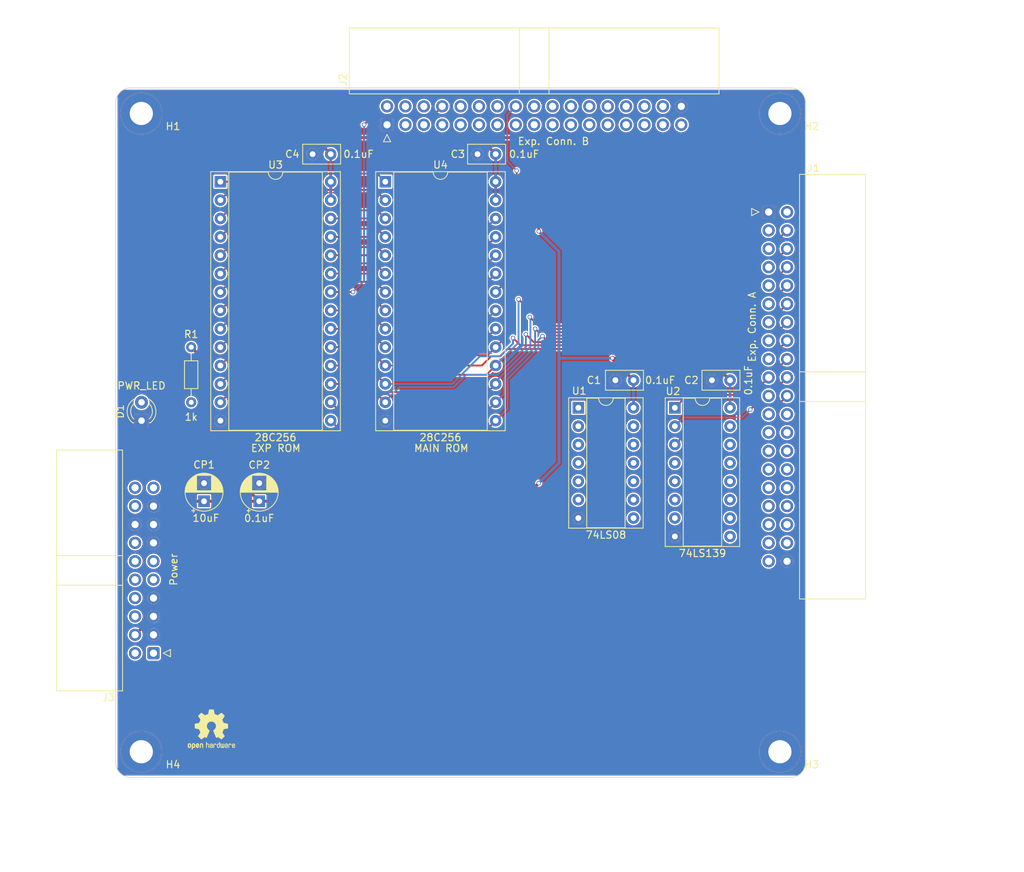
<source format=kicad_pcb>
(kicad_pcb (version 20221018) (generator pcbnew)
  (title_block (date "2023-08-04"))
  (layers (0 "F.Cu" mixed) (31 "B.Cu" mixed) (34 "B.Paste" user) (35 "F.Paste" user) (36 "B.SilkS" user "B.Silkscreen") (37 "F.SilkS" user "F.Silkscreen") (38 "B.Mask" user) (39 "F.Mask" user) (44 "Edge.Cuts" user))
  (net 0 "")
  (net 1 "/+5V")
  (net 2 "/GND")
  (net 3 "/~{RESET_SW}")
  (net 4 "/~{NMI}")
  (net 5 "/~{RESET}")
  (net 6 "/BUS_CLK")
  (net 7 "/CPU_CLK")
  (net 8 "/~{B_M1}")
  (net 9 "/~{B_IORQ}")
  (net 10 "/~{B_MREQ}")
  (net 11 "/~{B_WR}")
  (net 12 "/~{B_RD}")
  (net 13 "/~{WAIT}")
  (net 14 "/~{B_RFSH}")
  (net 15 "/~{SLTSL3}")
  (net 16 "/~{SLTSL2}")
  (net 17 "/~{SLTSL1}")
  (net 18 "/~{SLTSL0}")
  (net 19 "/~{SBSLTSL33}")
  (net 20 "/~{SBSLTSL32}")
  (net 21 "/-12V")
  (net 22 "/+12V")
  (net 23 "/USER2")
  (net 24 "/USER1")
  (net 25 "/USER3")
  (net 26 "/USER0")
  (net 27 "/B_D7")
  (net 28 "/PWR_OK")
  (net 29 "/B_D6")
  (net 30 "/B_D5")
  (net 31 "/B_D4")
  (net 32 "/B_D3")
  (net 33 "/B_D2")
  (net 34 "/B_D1")
  (net 35 "/B_D0")
  (net 36 "/B_A15")
  (net 37 "/B_A14")
  (net 38 "/B_A13")
  (net 39 "/B_A12")
  (net 40 "/~{INT7}")
  (net 41 "/B_A11")
  (net 42 "/~{INT6}")
  (net 43 "/B_A10")
  (net 44 "/~{INT5}")
  (net 45 "/B_A9")
  (net 46 "/~{INT4}")
  (net 47 "/B_A8")
  (net 48 "/~{INT3}")
  (net 49 "/B_A7")
  (net 50 "/~{INT2}")
  (net 51 "/B_A6")
  (net 52 "/B_A5")
  (net 53 "/B_A4")
  (net 54 "/B_A3")
  (net 55 "/B_A2")
  (net 56 "/B_A1")
  (net 57 "/B_A0")
  (net 58 "/~{INT0}")
  (net 59 "/~{INT1}")
  (net 60 "/~{SBSLTSL31}")
  (net 61 "/~{INT}")
  (net 62 "/~{B_BUSACK}")
  (net 63 "/~{SBSLTSL30}")
  (net 64 "/M_A21")
  (net 65 "/M_A20")
  (net 66 "/M_A19")
  (net 67 "/M_A18")
  (net 68 "/M_A17")
  (net 69 "/M_A16")
  (net 70 "/USER7")
  (net 71 "/M_A15")
  (net 72 "/USER6")
  (net 73 "/M_A14")
  (net 74 "/USER5")
  (net 75 "/USER4")
  (net 76 "/+3.3V")
  (net 77 "/+5V2")
  (net 78 "/+5VSB")
  (net 79 "/~{PS_ON}")
  (net 80 "/+5V4")
  (net 81 "/+5V3")
  (net 82 "/+3.3V2")
  (net 83 "/+3.3V3")
  (net 84 "/~{BUSREQ}")
  (net 85 "Net-(D1-A)")
  (net 104 "/~{ROM_CS}")
  (net 105 "/~{ROMLO_CS}")
  (net 106 "/~{ROMHI_CS}")
  (footprint "MountingHole:MountingHole_3.2mm_M3_ISO7380_Pad" (layer "F.Cu") (at 28.925 28.925)
    (fp_text reference "H1")
    (fp_text value "MountingHole_Pad")
  )
  (footprint "Symbol:OSHW-Logo2_7.3x6mm_SilkScreen" (layer "F.Cu") (at 38.608 114.046)
    (fp_text reference "REF**" hide)
    (fp_text value "OSHW-Logo2_7.3x6mm_SilkScreen" hide)
  )
  (footprint "Capacitor_THT:C_Disc_D5.0mm_W2.5mm_P2.50mm" (layer "F.Cu") (at 55.086 34.544 180)
    (fp_text reference "C4")
    (fp_text value "0.1uF")
  )
  (footprint "Package_DIP:DIP-28_W15.24mm_Socket" (layer "F.Cu") (at 39.846 38.354)
    (fp_text reference "U3")
    (fp_text value "28C256")
  )
  (footprint "Capacitor_THT:CP_Radial_D5.0mm_P2.50mm" (layer "F.Cu") (at 37.592 82.51 90)
    (fp_text reference "CP1")
    (fp_text value "10uF")
  )
  (footprint "Package_DIP:DIP-28_W15.24mm_Socket" (layer "F.Cu") (at 62.623 38.354)
    (fp_text reference "U4")
    (fp_text value "28C256")
  )
  (footprint "Resistor_THT:R_Axial_DIN0204_L3.6mm_D1.6mm_P7.62mm_Horizontal" (layer "F.Cu") (at 35.814 61.214 -90)
    (fp_text reference "R1")
    (fp_text value "1k")
  )
  (footprint "MountingHole:MountingHole_3.2mm_M3_ISO7380_Pad" (layer "F.Cu") (at 117.125 28.925)
    (fp_text reference "H2")
    (fp_text value "MountingHole_Pad")
  )
  (footprint "LED_THT:LED_D3.0mm" (layer "F.Cu") (at 28.956 71.374 90)
    (fp_text reference "D1")
    (fp_text value "PWR_LED")
  )
  (footprint "Capacitor_THT:C_Disc_D5.0mm_W2.5mm_P2.50mm" (layer "F.Cu") (at 110.236 65.786 180)
    (fp_text reference "C2")
    (fp_text value "0.1uF")
  )
  (footprint "Connector_IDC:IDC-Header_2x20_P2.54mm_Horizontal" (layer "F.Cu") (at 115.57 42.545)
    (fp_text reference "J1")
    (fp_text value "Exp. Conn. A")
  )
  (footprint "Package_DIP:DIP-16_W7.62mm_Socket" (layer "F.Cu") (at 102.616 69.596)
    (fp_text reference "U2")
    (fp_text value "74LS139")
  )
  (footprint "Package_DIP:DIP-14_W7.62mm_Socket" (layer "F.Cu") (at 89.285 69.596)
    (fp_text reference "U1")
    (fp_text value "74LS08")
  )
  (footprint "Capacitor_THT:C_Disc_D5.0mm_W2.5mm_P2.50mm" (layer "F.Cu") (at 96.905 65.786 180)
    (fp_text reference "C1")
    (fp_text value "0.1uF")
  )
  (footprint "Capacitor_THT:CP_Radial_D5.0mm_P2.50mm" (layer "F.Cu") (at 45.212 82.51 90)
    (fp_text reference "CP2")
    (fp_text value "0.1uF")
  )
  (footprint "Connector_IDC:IDC-Header_2x10_P2.54mm_Horizontal" (layer "F.Cu") (at 30.607 103.505 180)
    (fp_text reference "J3")
    (fp_text value "Power")
  )
  (footprint "MountingHole:MountingHole_3.2mm_M3_ISO7380_Pad" (layer "F.Cu") (at 28.925 117.125)
    (fp_text reference "H4")
    (fp_text value "MountingHole_Pad")
  )
  (footprint "Connector_IDC:IDC-Header_2x17_P2.54mm_Horizontal" (layer "F.Cu") (at 62.865 30.48 90)
    (fp_text reference "J2")
    (fp_text value "Exp. Conn. B")
  )
  (footprint "Capacitor_THT:C_Disc_D5.0mm_W2.5mm_P2.50mm" (layer "F.Cu") (at 77.863 34.544 180)
    (fp_text reference "C3")
    (fp_text value "0.1uF")
  )
  (footprint "MountingHole:MountingHole_3.2mm_M3_ISO7380_Pad" (layer "F.Cu") (at 117.125 117.125)
    (fp_text reference "H3")
    (fp_text value "MountingHole_Pad")
  )
  (gr_line (start 25.4 27.4) (end 25.4 118.65) (stroke (width 0.1)) (layer "Edge.Cuts"))
  (gr_line (start 120.65 27.4) (end 120.65 118.65) (stroke (width 0.1)) (layer "Edge.Cuts"))
  (gr_arc (start 120.65 118.65) (mid 120.064214 120.064214) (end 118.65 120.65) (stroke (width 0.1)) (layer "Edge.Cuts"))
  (gr_arc (start 27.4 120.65) (mid 25.985786 120.064214) (end 25.4 118.65) (stroke (width 0.1)) (layer "Edge.Cuts"))
  (gr_arc (start 25.4 27.4) (mid 25.985786 25.985786) (end 27.4 25.4) (stroke (width 0.1)) (layer "Edge.Cuts"))
  (gr_arc (start 118.65 25.4) (mid 120.064214 25.985786) (end 120.65 27.4) (stroke (width 0.1)) (layer "Edge.Cuts"))
  (gr_line (start 27.4 120.65) (end 118.65 120.65) (stroke (width 0.1)) (layer "Edge.Cuts"))
  (gr_line (start 27.4 25.4) (end 118.65 25.4) (stroke (width 0.1)) (layer "Edge.Cuts"))
  (segment (start 81.32 82.51) (end 83.82 80.01) (width 0.4) (layer "F.Cu") (net 1))
  (segment (start 35.854 82.51) (end 37.592 82.51) (width 0.4) (layer "F.Cu") (net 1))
  (segment (start 45.212 82.51) (end 37.592 74.89) (width 0.4) (layer "F.Cu") (net 1))
  (segment (start 41.148 32.258) (end 52.578 32.258) (width 0.4) (layer "F.Cu") (net 1))
  (segment (start 96.905 65.786) (end 93.857 62.738) (width 0.4) (layer "F.Cu") (net 1))
  (segment (start 28.067 100.965) (end 29.317 99.715) (width 0.4) (layer "F.Cu") (net 1))
  (segment (start 33.782 84.582) (end 35.854 82.51) (width 0.4) (layer "F.Cu") (net 1))
  (segment (start 75.577 32.258) (end 77.863 34.544) (width 0.4) (layer "F.Cu") (net 1))
  (segment (start 81.026 32.258) (end 83.82 35.052) (width 0.4) (layer "F.Cu") (net 1))
  (segment (start 37.592 63.5) (end 37.592 35.814) (width 0.4) (layer "F.Cu") (net 1))
  (segment (start 55.086 34.544) (end 52.8 32.258) (width 0.4) (layer "F.Cu") (net 1))
  (segment (start 37.592 74.89) (end 37.592 63.5) (width 0.4) (layer "F.Cu") (net 1))
  (segment (start 107.188 62.738) (end 110.236 65.786) (width 0.4) (layer "F.Cu") (net 1))
  (segment (start 35.814 61.214) (end 37.592 62.992) (width 0.4) (layer "F.Cu") (net 1))
  (segment (start 37.592 82.51) (end 45.212 82.51) (width 0.4) (layer "F.Cu") (net 1))
  (segment (start 29.317 99.715) (end 31.084767 99.715) (width 0.4) (layer "F.Cu") (net 1))
  (segment (start 93.98 62.738) (end 107.188 62.738) (width 0.4) (layer "F.Cu") (net 1))
  (segment (start 45.212 82.51) (end 81.32 82.51) (width 0.4) (layer "F.Cu") (net 1))
  (segment (start 37.592 35.814) (end 41.148 32.258) (width 0.4) (layer "F.Cu") (net 1))
  (segment (start 31.084767 99.715) (end 33.782 97.017767) (width 0.4) (layer "F.Cu") (net 1))
  (segment (start 83.82 35.052) (end 83.82 45.212) (width 0.4) (layer "F.Cu") (net 1))
  (segment (start 52.578 32.258) (end 75.577 32.258) (width 0.4) (layer "F.Cu") (net 1))
  (segment (start 52.8 32.258) (end 52.578 32.258) (width 0.4) (layer "F.Cu") (net 1))
  (segment (start 75.577 32.258) (end 81.026 32.258) (width 0.4) (layer "F.Cu") (net 1))
  (segment (start 33.782 97.017767) (end 33.782 84.582) (width 0.4) (layer "F.Cu") (net 1))
  (segment (start 37.592 62.992) (end 37.592 63.5) (width 0.4) (layer "F.Cu") (net 1))
  (via (at 83.82 45.212) (size 0.6) (drill 0.4) (layers "F.Cu" "B.Cu") (net 1))
  (via (at 93.98 62.738) (size 0.6) (drill 0.4) (layers "F.Cu" "B.Cu") (net 1))
  (via (at 83.82 80.01) (size 0.6) (drill 0.4) (layers "F.Cu" "B.Cu") (net 1))
  (segment (start 86.614 48.006) (end 86.614 62.738) (width 0.4) (layer "B.Cu") (net 1))
  (segment (start 55.086 34.544) (end 55.086 38.354) (width 0.4) (layer "B.Cu") (net 1))
  (segment (start 96.905 65.786) (end 96.905 69.596) (width 0.4) (layer "B.Cu") (net 1))
  (segment (start 77.863 38.354) (end 77.863 40.894) (width 0.4) (layer "B.Cu") (net 1))
  (segment (start 86.614 77.216) (end 83.82 80.01) (width 0.4) (layer "B.Cu") (net 1))
  (segment (start 93.98 62.738) (end 86.614 62.738) (width 0.4) (layer "B.Cu") (net 1))
  (segment (start 55.086 38.354) (end 55.086 40.894) (width 0.4) (layer "B.Cu") (net 1))
  (segment (start 86.614 62.738) (end 86.614 77.216) (width 0.4) (layer "B.Cu") (net 1))
  (segment (start 83.82 45.212) (end 86.614 48.006) (width 0.4) (layer "B.Cu") (net 1))
  (segment (start 110.236 65.786) (end 110.236 69.596) (width 0.4) (layer "B.Cu") (net 1))
  (segment (start 77.863 34.544) (end 77.863 38.354) (width 0.4) (layer "B.Cu") (net 1))
  (segment (start 115.57 65.405) (end 113.157 67.818) (width 0.25) (layer "F.Cu") (net 12))
  (segment (start 104.394 67.818) (end 102.616 69.596) (width 0.25) (layer "F.Cu") (net 12))
  (segment (start 113.157 67.818) (end 104.394 67.818) (width 0.25) (layer "F.Cu") (net 12))
  (segment (start 61.055 29.115) (end 69.31 29.115) (width 0.25) (layer "F.Cu") (net 18))
  (segment (start 69.31 29.115) (end 70.485 27.94) (width 0.25) (layer "F.Cu") (net 18))
  (segment (start 55.086 53.594) (end 58.166 53.594) (width 0.25) (layer "F.Cu") (net 18))
  (segment (start 59.69 30.48) (end 61.055 29.115) (width 0.25) (layer "F.Cu") (net 18))
  (via (at 58.166 53.594) (size 0.6) (drill 0.4) (layers "F.Cu" "B.Cu") (net 18))
  (via (at 59.69 30.48) (size 0.6) (drill 0.4) (layers "F.Cu" "B.Cu") (net 18))
  (segment (start 58.166 53.594) (end 59.69 52.07) (width 0.25) (layer "B.Cu") (net 18))
  (segment (start 59.69 52.07) (end 59.69 30.48) (width 0.25) (layer "B.Cu") (net 18))
  (segment (start 80.767116 53.985) (end 79.756 54.996116) (width 0.25) (layer "F.Cu") (net 27))
  (segment (start 109.785218 56.576406) (end 108.413624 57.948) (width 0.25) (layer "F.Cu") (net 27))
  (segment (start 84.767396 57.715) (end 81.651 54.598604) (width 0.25) (layer "F.Cu") (net 27))
  (segment (start 118.11 45.085) (end 116.935 46.26) (width 0.25) (layer "F.Cu") (net 27))
  (segment (start 79.756 59.321) (end 77.863 61.214) (width 0.25) (layer "F.Cu") (net 27))
  (segment (start 60.96 61.214) (end 55.086 61.214) (width 0.25) (layer "F.Cu") (net 27))
  (segment (start 77.863 61.214) (end 76.738 62.339) (width 0.25) (layer "F.Cu") (net 27))
  (segment (start 81.651 54.351116) (end 81.284884 53.985) (width 0.25) (layer "F.Cu") (net 27))
  (segment (start 107.342416 58.26) (end 85.691072 58.26) (width 0.25) (layer "F.Cu") (net 27))
  (segment (start 85.146072 57.715) (end 84.767396 57.715) (width 0.25) (layer "F.Cu") (net 27))
  (segment (start 62.085 62.339) (end 60.96 61.214) (width 0.25) (layer "F.Cu") (net 27))
  (segment (start 107.654416 57.948) (end 107.342416 58.26) (width 0.25) (layer "F.Cu") (net 27))
  (segment (start 111.493604 55.507208) (end 110.424406 56.576406) (width 0.25) (layer "F.Cu") (net 27))
  (segment (start 81.651 54.598604) (end 81.651 54.351116) (width 0.25) (layer "F.Cu") (net 27))
  (segment (start 110.424406 56.576406) (end 109.785218 56.576406) (width 0.25) (layer "F.Cu") (net 27))
  (segment (start 116.935 46.26) (end 115.03 46.26) (width 0.25) (layer "F.Cu") (net 27))
  (segment (start 111.493604 49.796396) (end 111.493604 55.507208) (width 0.25) (layer "F.Cu") (net 27))
  (segment (start 85.691072 58.26) (end 85.146072 57.715) (width 0.25) (layer "F.Cu") (net 27))
  (segment (start 79.756 54.996116) (end 79.756 59.321) (width 0.25) (layer "F.Cu") (net 27))
  (segment (start 81.284884 53.985) (end 80.767116 53.985) (width 0.25) (layer "F.Cu") (net 27))
  (segment (start 76.738 62.339) (end 62.085 62.339) (width 0.25) (layer "F.Cu") (net 27))
  (segment (start 115.03 46.26) (end 111.493604 49.796396) (width 0.25) (layer "F.Cu") (net 27))
  (segment (start 108.413624 57.948) (end 107.654416 57.948) (width 0.25) (layer "F.Cu") (net 27))
  (segment (start 60.96 63.754) (end 55.086 63.754) (width 0.25) (layer "F.Cu") (net 29))
  (segment (start 111.943604 55.693604) (end 111.943604 52.129695) (width 0.25) (layer "F.Cu") (net 29))
  (segment (start 85.504676 58.71) (end 107.528812 58.71) (width 0.25) (layer "F.Cu") (net 29))
  (segment (start 81.026 54.61) (end 84.581 58.165) (width 0.25) (layer "F.Cu") (net 29))
  (segment (start 116.935 48.8) (end 118.11 47.625) (width 0.25) (layer "F.Cu") (net 29))
  (segment (start 84.959676 58.165) (end 85.504676 58.71) (width 0.25) (layer "F.Cu") (net 29))
  (segment (start 77.863 63.754) (end 76.593 65.024) (width 0.25) (layer "F.Cu") (net 29))
  (segment (start 107.840812 58.398) (end 108.60002 58.398) (width 0.25) (layer "F.Cu") (net 29))
  (segment (start 109.83802 57.16) (end 110.477208 57.16) (width 0.25) (layer "F.Cu") (net 29))
  (segment (start 107.528812 58.71) (end 107.840812 58.398) (width 0.25) (layer "F.Cu") (net 29))
  (segment (start 110.477208 57.16) (end 111.943604 55.693604) (width 0.25) (layer "F.Cu") (net 29))
  (segment (start 115.273299 48.8) (end 116.935 48.8) (width 0.25) (layer "F.Cu") (net 29))
  (segment (start 84.581 58.165) (end 84.959676 58.165) (width 0.25) (layer "F.Cu") (net 29))
  (segment (start 108.60002 58.398) (end 109.83802 57.16) (width 0.25) (layer "F.Cu") (net 29))
  (segment (start 76.593 65.024) (end 62.23 65.024) (width 0.25) (layer "F.Cu") (net 29))
  (segment (start 111.943604 52.129695) (end 115.273299 48.8) (width 0.25) (layer "F.Cu") (net 29))
  (segment (start 62.23 65.024) (end 60.96 63.754) (width 0.25) (layer "F.Cu") (net 29))
  (via (at 81.026 54.61) (size 0.6) (drill 0.4) (layers "F.Cu" "B.Cu") (net 29))
  (segment (start 81.026 60.591) (end 77.863 63.754) (width 0.25) (layer "B.Cu") (net 29))
  (segment (start 81.026 54.61) (end 81.026 60.591) (width 0.25) (layer "B.Cu") (net 29))
  (segment (start 116.745 51.53) (end 118.11 50.165) (width 0.25) (layer "F.Cu") (net 30))
  (segment (start 61.032009 66.294) (end 55.086 66.294) (width 0.25) (layer "F.Cu") (net 30))
  (segment (start 107.715208 59.16) (end 108.027208 58.848) (width 0.25) (layer "F.Cu") (net 30))
  (segment (start 82.586117 57.053294) (end 84.147823 58.615) (width 0.25) (layer "F.Cu") (net 30))
  (segment (start 77.863 66.294) (end 76.738 67.419) (width 0.25) (layer "F.Cu") (net 30))
  (segment (start 115.083299 51.53) (end 116.745 51.53) (width 0.25) (layer "F.Cu") (net 30))
  (segment (start 112.393604 55.88) (end 112.393604 54.219695) (width 0.25) (layer "F.Cu") (net 30))
  (segment (start 62.157009 67.419) (end 61.032009 66.294) (width 0.25) (layer "F.Cu") (net 30))
  (segment (start 112.393604 54.219695) (end 115.083299 51.53) (width 0.25) (layer "F.Cu") (net 30))
  (segment (start 84.77328 58.615) (end 85.31828 59.16) (width 0.25) (layer "F.Cu") (net 30))
  (segment (start 110.663604 57.61) (end 112.393604 55.88) (width 0.25) (layer "F.Cu") (net 30))
  (segment (start 76.738 67.419) (end 62.157009 67.419) (width 0.25) (layer "F.Cu") (net 30))
  (segment (start 84.147823 58.615) (end 84.77328 58.615) (width 0.25) (layer "F.Cu") (net 30))
  (segment (start 108.027208 58.848) (end 108.786416 58.848) (width 0.25) (layer "F.Cu") (net 30))
  (segment (start 108.786416 58.848) (end 110.024416 57.61) (width 0.25) (layer "F.Cu") (net 30))
  (segment (start 110.024416 57.61) (end 110.663604 57.61) (width 0.25) (layer "F.Cu") (net 30))
  (segment (start 85.31828 59.16) (end 107.715208 59.16) (width 0.25) (layer "F.Cu") (net 30))
  (via (at 82.586117 57.053294) (size 0.6) (drill 0.4) (layers "F.Cu" "B.Cu") (net 30))
  (segment (start 82.667 57.134177) (end 82.667 61.177387) (width 0.25) (layer "B.Cu") (net 30))
  (segment (start 82.667 61.177387) (end 77.863 65.981387) (width 0.25) (layer "B.Cu") (net 30))
  (segment (start 82.586117 57.053294) (end 82.667 57.134177) (width 0.25) (layer "B.Cu") (net 30))
  (segment (start 77.863 65.981387) (end 77.863 66.294) (width 0.25) (layer "B.Cu") (net 30))
  (segment (start 76.738 69.959) (end 56.211 69.959) (width 0.25) (layer "F.Cu") (net 31))
  (segment (start 110.85 58.06) (end 110.210812 58.06) (width 0.25) (layer "F.Cu") (net 31))
  (segment (start 56.211 69.959) (end 55.086 68.834) (width 0.25) (layer "F.Cu") (net 31))
  (segment (start 107.901604 59.61) (end 85.131884 59.61) (width 0.25) (layer "F.Cu") (net 31))
  (segment (start 110.210812 58.06) (end 108.972812 59.298) (width 0.25) (layer "F.Cu") (net 31))
  (segment (start 83.703 59.065) (end 83.312 58.674) (width 0.25) (layer "F.Cu") (net 31))
  (segment (start 108.972812 59.298) (end 108.213604 59.298) (width 0.25) (layer "F.Cu") (net 31))
  (segment (start 77.863 68.834) (end 76.738 69.959) (width 0.25) (layer "F.Cu") (net 31))
  (segment (start 84.586884 59.065) (end 83.703 59.065) (width 0.25) (layer "F.Cu") (net 31))
  (segment (start 85.131884 59.61) (end 84.586884 59.065) (width 0.25) (layer "F.Cu") (net 31))
  (segment (start 118.11 52.705) (end 116.935 53.88) (width 0.25) (layer "F.Cu") (net 31))
  (segment (start 116.935 53.88) (end 115.03 53.88) (width 0.25) (layer "F.Cu") (net 31))
  (segment (start 108.213604 59.298) (end 107.901604 59.61) (width 0.25) (layer "F.Cu") (net 31))
  (segment (start 115.03 53.88) (end 110.85 58.06) (width 0.25) (layer "F.Cu") (net 31))
  (via (at 83.312 58.674) (size 0.6) (drill 0.4) (layers "F.Cu" "B.Cu") (net 31))
  (segment (start 83.312 58.674) (end 83.312 61.168783) (width 0.25) (layer "B.Cu") (net 31))
  (segment (start 78.988 67.709) (end 77.863 68.834) (width 0.25) (layer "B.Cu") (net 31))
  (segment (start 83.312 61.168783) (end 78.988 65.492783) (width 0.25) (layer "B.Cu") (net 31))
  (segment (start 78.988 65.492783) (end 78.988 67.709) (width 0.25) (layer "B.Cu") (net 31))
  (segment (start 115.083299 56.61) (end 114.395 57.298299) (width 0.25) (layer "F.Cu") (net 32))
  (segment (start 118.11 55.245) (end 116.745 56.61) (width 0.25) (layer "F.Cu") (net 32))
  (segment (start 56.211 72.499) (end 55.086 71.374) (width 0.25) (layer "F.Cu") (net 32))
  (segment (start 113.194 58.51) (end 110.397208 58.51) (width 0.25) (layer "F.Cu") (net 32))
  (segment (start 77.863 71.374) (end 76.738 72.499) (width 0.25) (layer "F.Cu") (net 32))
  (segment (start 114.395 57.309) (end 113.194 58.51) (width 0.25) (layer "F.Cu") (net 32))
  (segment (start 76.738 72.499) (end 56.211 72.499) (width 0.25) (layer "F.Cu") (net 32))
  (segment (start 84.698 60.06) (end 84.328 59.69) (width 0.25) (layer "F.Cu") (net 32))
  (segment (start 116.745 56.61) (end 115.083299 56.61) (width 0.25) (layer "F.Cu") (net 32))
  (segment (start 108.4 59.748) (end 108.088 60.06) (width 0.25) (layer "F.Cu") (net 32))
  (segment (start 110.397208 58.51) (end 109.159208 59.748) (width 0.25) (layer "F.Cu") (net 32))
  (segment (start 114.395 57.298299) (end 114.395 57.309) (width 0.25) (layer "F.Cu") (net 32))
  (segment (start 109.159208 59.748) (end 108.4 59.748) (width 0.25) (layer "F.Cu") (net 32))
  (segment (start 108.088 60.06) (end 84.698 60.06) (width 0.25) (layer "F.Cu") (net 32))
  (via (at 84.328 59.69) (size 0.6) (drill 0.4) (layers "F.Cu" "B.Cu") (net 32))
  (segment (start 84.328 59.69) (end 83.762 60.256) (width 0.25) (layer "B.Cu") (net 32))
  (segment (start 77.863 71.374) (end 79.502 69.735) (width 0.25) (layer "B.Cu") (net 32))
  (segment (start 79.502 65.615179) (end 83.762 61.355179) (width 0.25) (layer "B.Cu") (net 32))
  (segment (start 83.762 60.256) (end 83.762 61.214) (width 0.25) (layer "B.Cu") (net 32))
  (segment (start 83.762 61.355179) (end 83.762 61.214) (width 0.25) (layer "B.Cu") (net 32))
  (segment (start 79.502 69.735) (end 79.502 65.615179) (width 0.25) (layer "B.Cu") (net 32))
  (segment (start 62.623 68.834) (end 61.208 67.419) (width 0.25) (layer "F.Cu") (net 33))
  (segment (start 116.935 58.96) (end 118.11 57.785) (width 0.25) (layer "F.Cu") (net 33))
  (segment (start 61.208 67.419) (end 41.261 67.419) (width 0.25) (layer "F.Cu") (net 33))
  (segment (start 109.345604 60.198) (end 110.583604 58.96) (width 0.25) (layer "F.Cu") (net 33))
  (segment (start 41.261 67.419) (end 39.846 68.834) (width 0.25) (layer "F.Cu") (net 33))
  (segment (start 110.583604 58.96) (end 116.935 58.96) (width 0.25) (layer "F.Cu") (net 33))
  (segment (start 83.116 60.51) (end 108.274396 60.51) (width 0.25) (layer "F.Cu") (net 33))
  (segment (start 108.274396 60.51) (end 108.586396 60.198) (width 0.25) (layer "F.Cu") (net 33))
  (segment (start 82.042 59.436) (end 83.116 60.51) (width 0.25) (layer "F.Cu") (net 33))
  (segment (start 108.586396 60.198) (end 109.345604 60.198) (width 0.25) (layer "F.Cu") (net 33))
  (via (at 82.042 59.436) (size 0.6) (drill 0.4) (layers "F.Cu" "B.Cu") (net 33))
  (segment (start 78.183991 65.024) (end 73.788396 65.024) (width 0.25) (layer "B.Cu") (net 33))
  (segment (start 64.574 66.744) (end 62.623 68.695) (width 0.25) (layer "B.Cu") (net 33))
  (segment (start 72.068396 66.744) (end 64.574 66.744) (width 0.25) (layer "B.Cu") (net 33))
  (segment (start 73.788396 65.024) (end 72.068396 66.744) (width 0.25) (layer "B.Cu") (net 33))
  (segment (start 82.042 59.436) (end 82.042 61.165991) (width 0.25) (layer "B.Cu") (net 33))
  (segment (start 82.042 61.165991) (end 78.183991 65.024) (width 0.25) (layer "B.Cu") (net 33))
  (segment (start 62.623 68.695) (end 62.623 68.834) (width 0.25) (layer "B.Cu") (net 33))
  (segment (start 118.11 60.325) (end 116.935 61.5) (width 0.25) (layer "F.Cu") (net 34))
  (segment (start 61.498 65.169) (end 40.971 65.169) (width 0.25) (layer "F.Cu") (net 34))
  (segment (start 62.623 66.294) (end 61.498 65.169) (width 0.25) (layer "F.Cu") (net 34))
  (segment (start 81.28 60.96) (end 80.264 59.944) (width 0.25) (layer "F.Cu") (net 34))
  (segment (start 108.712 60.96) (end 81.28 60.96) (width 0.25) (layer "F.Cu") (net 34))
  (segment (start 40.971 65.169) (end 39.846 66.294) (width 0.25) (layer "F.Cu") (net 34))
  (segment (start 109.252 61.5) (end 108.712 60.96) (width 0.25) (layer "F.Cu") (net 34))
  (segment (start 116.935 61.5) (end 109.252 61.5) (width 0.25) (layer "F.Cu") (net 34))
  (via (at 80.264 59.944) (size 0.6) (drill 0.4) (layers "F.Cu" "B.Cu") (net 34))
  (segment (start 80.264 60.706) (end 78.486 62.484) (width 0.25) (layer "B.Cu") (net 34))
  (segment (start 80.264 59.944) (end 80.264 60.706) (width 0.25) (layer "B.Cu") (net 34))
  (segment (start 78.486 62.484) (end 75.692 62.484) (width 0.25) (layer "B.Cu") (net 34))
  (segment (start 75.692 62.484) (end 71.882 66.294) (width 0.25) (layer "B.Cu") (net 34))
  (segment (start 71.882 66.294) (end 62.623 66.294) (width 0.25) (layer "B.Cu") (net 34))
  (segment (start 41.261 62.339) (end 39.846 63.754) (width 0.25) (layer "F.Cu") (net 35))
  (segment (start 118.11 62.865) (end 116.935 64.04) (width 0.25) (layer "F.Cu") (net 35))
  (segment (start 77.229396 62.484) (end 75.959396 63.754) (width 0.25) (layer "F.Cu") (net 35))
  (segment (start 111.155604 64.04) (end 108.583604 61.468) (width 0.25) (layer "F.Cu") (net 35))
  (segment (start 79.489991 61.468) (end 78.473991 62.484) (width 0.25) (layer "F.Cu") (net 35))
  (segment (start 62.623 63.754) (end 61.208 62.339) (width 0.25) (layer "F.Cu") (net 35))
  (segment (start 116.935 64.04) (end 111.155604 64.04) (width 0.25) (layer "F.Cu") (net 35))
  (segment (start 108.583604 61.468) (end 79.489991 61.468) (width 0.25) (layer "F.Cu") (net 35))
  (segment (start 75.959396 63.754) (end 62.623 63.754) (width 0.25) (layer "F.Cu") (net 35))
  (segment (start 61.208 62.339) (end 41.261 62.339) (width 0.25) (layer "F.Cu") (net 35))
  (segment (start 78.473991 62.484) (end 77.229396 62.484) (width 0.25) (layer "F.Cu") (net 35))
  (segment (start 103.741 73.551) (end 102.616 74.676) (width 0.25) (layer "F.Cu") (net 36))
  (segment (start 111.361 72.601991) (end 110.411991 73.551) (width 0.25) (layer "F.Cu") (net 36))
  (segment (start 116.745 66.77) (end 115.083299 66.77) (width 0.25) (layer "F.Cu") (net 36))
  (segment (start 110.411991 73.551) (end 103.741 73.551) (width 0.25) (layer "F.Cu") (net 36))
  (segment (start 111.361 70.492299) (end 111.361 72.601991) (width 0.25) (layer "F.Cu") (net 36))
  (segment (start 115.083299 66.77) (end 111.361 70.492299) (width 0.25) (layer "F.Cu") (net 36))
  (segment (start 118.11 65.405) (end 116.745 66.77) (width 0.25) (layer "F.Cu") (net 36))
  (segment (start 113.76 69.12) (end 113.03 69.85) (width 0.25) (layer "F.Cu") (net 37))
  (segment (start 61.498 37.229) (end 42.781 37.229) (width 0.25) (layer "F.Cu") (net 37))
  (segment (start 118.11 67.945) (end 116.935 69.12) (width 0.25) (layer "F.Cu") (net 37))
  (segment (start 42.781 37.229) (end 41.656 38.354) (width 0.25) (layer "F.Cu") (net 37))
  (segment (start 62.623 38.354) (end 61.498 37.229) (width 0.25) (layer "F.Cu") (net 37))
  (segment (start 116.935 69.12) (end 113.76 69.12) (width 0.25) (layer "F.Cu") (net 37))
  (segment (start 41.656 38.354) (end 39.846 38.354) (width 0.25) (layer "F.Cu") (net 37))
  (via (at 113.03 69.85) (size 0.6) (drill 0.4) (layers "F.Cu" "B.Cu") (net 37))
  (segment (start 111.947009 70.932991) (end 103.819009 70.932991) (width 0.25) (layer "B.Cu") (net 37))
  (segment (start 103.819009 70.932991) (end 102.616 72.136) (width 0.25) (layer "B.Cu") (net 37))
  (segment (start 113.03 69.85) (end 111.947009 70.932991) (width 0.25) (layer "B.Cu") (net 37))
  (segment (start 76.738 44.559) (end 61.844396 44.559) (width 0.25) (layer "F.Cu") (net 38))
  (segment (start 61.844396 44.559) (end 60.719396 43.434) (width 0.25) (layer "F.Cu") (net 38))
  (segment (start 60.719396 43.434) (end 55.086 43.434) (width 0.25) (layer "F.Cu") (net 38))
  (segment (start 77.863 43.434) (end 76.738 44.559) (width 0.25) (layer "F.Cu") (net 38))
  (segment (start 62.623 40.894) (end 61.208 39.479) (width 0.25) (layer "F.Cu") (net 39))
  (segment (start 61.208 39.479) (end 41.261 39.479) (width 0.25) (layer "F.Cu") (net 39))
  (segment (start 41.261 39.479) (end 39.846 40.894) (width 0.25) (layer "F.Cu") (net 39))
  (segment (start 62.085 52.179) (end 60.96 51.054) (width 0.25) (layer "F.Cu") (net 41))
  (segment (start 60.96 51.054) (end 55.086 51.054) (width 0.25) (layer "F.Cu") (net 41))
  (segment (start 76.738 52.179) (end 62.085 52.179) (width 0.25) (layer "F.Cu") (net 41))
  (segment (start 77.863 51.054) (end 76.738 52.179) (width 0.25) (layer "F.Cu") (net 41))
  (segment (start 77.863 56.134) (end 76.738 57.259) (width 0.25) (layer "F.Cu") (net 43))
  (segment (start 62.085 57.259) (end 60.96 56.134) (width 0.25) (layer "F.Cu") (net 43))
  (segment (start 76.738 57.259) (end 62.085 57.259) (width 0.25) (layer "F.Cu") (net 43))
  (segment (start 60.96 56.134) (end 55.086 56.134) (width 0.25) (layer "F.Cu") (net 43))
  (segment (start 62.157009 49.639) (end 61.032009 48.514) (width 0.25) (layer "F.Cu") (net 45))
  (segment (start 76.738 49.639) (end 62.157009 49.639) (width 0.25) (layer "F.Cu") (net 45))
  (segment (start 77.863 48.514) (end 76.738 49.639) (width 0.25) (layer "F.Cu") (net 45))
  (segment (start 61.032009 48.514) (end 55.086 48.514) (width 0.25) (layer "F.Cu") (net 45))
  (segment (start 76.738 47.099) (end 62.085 47.099) (width 0.25) (layer "F.Cu") (net 47))
  (segment (start 60.96 45.974) (end 55.086 45.974) (width 0.25) (layer "F.Cu") (net 47))
  (segment (start 77.863 45.974) (end 76.738 47.099) (width 0.25) (layer "F.Cu") (net 47))
  (segment (start 62.085 47.099) (end 60.96 45.974) (width 0.25) (layer "F.Cu") (net 47))
  (segment (start 62.623 43.434) (end 61.498 42.309) (width 0.25) (layer "F.Cu") (net 49))
  (segment (start 40.971 42.309) (end 39.846 43.434) (width 0.25) (layer "F.Cu") (net 49))
  (segment (start 61.498 42.309) (end 40.971 42.309) (width 0.25) (layer "F.Cu") (net 49))
  (segment (start 62.623 45.974) (end 61.498 44.849) (width 0.25) (layer "F.Cu") (net 51))
  (segment (start 40.971 44.849) (end 39.846 45.974) (width 0.25) (layer "F.Cu") (net 51))
  (segment (start 61.498 44.849) (end 40.971 44.849) (width 0.25) (layer "F.Cu") (net 51))
  (segment (start 61.498 47.389) (end 40.971 47.389) (width 0.25) (layer "F.Cu") (net 52))
  (segment (start 40.971 47.389) (end 39.846 48.514) (width 0.25) (layer "F.Cu") (net 52))
  (segment (start 62.623 48.514) (end 61.498 47.389) (width 0.25) (layer "F.Cu") (net 52))
  (segment (start 62.623 51.054) (end 61.208 49.639) (width 0.25) (layer "F.Cu") (net 53))
  (segment (start 61.208 49.639) (end 41.261 49.639) (width 0.25) (layer "F.Cu") (net 53))
  (segment (start 41.261 49.639) (end 39.846 51.054) (width 0.25) (layer "F.Cu") (net 53))
  (segment (start 41.261 52.179) (end 39.846 53.594) (width 0.25) (layer "F.Cu") (net 54))
  (segment (start 62.623 53.594) (end 61.208 52.179) (width 0.25) (layer "F.Cu") (net 54))
  (segment (start 61.208 52.179) (end 41.261 52.179) (width 0.25) (layer "F.Cu") (net 54))
  (segment (start 40.971 55.009) (end 39.846 56.134) (width 0.25) (layer "F.Cu") (net 55))
  (segment (start 61.498 55.009) (end 40.971 55.009) (width 0.25) (layer "F.Cu") (net 55))
  (segment (start 62.623 56.134) (end 61.498 55.009) (width 0.25) (layer "F.Cu") (net 55))
  (segment (start 61.498 57.549) (end 40.971 57.549) (width 0.25) (layer "F.Cu") (net 56))
  (segment (start 62.623 58.674) (end 61.498 57.549) (width 0.25) (layer "F.Cu") (net 56))
  (segment (start 40.971 57.549) (end 39.846 58.674) (width 0.25) (layer "F.Cu") (net 56))
  (segment (start 61.208 59.799) (end 41.261 59.799) (width 0.25) (layer "F.Cu") (net 57))
  (segment (start 41.261 59.799) (end 39.846 61.214) (width 0.25) (layer "F.Cu") (net 57))
  (segment (start 62.623 61.214) (end 61.208 59.799) (width 0.25) (layer "F.Cu") (net 57))
  (segment (start 77.863 53.594) (end 80.772 50.685) (width 0.25) (layer "F.Cu") (net 63))
  (segment (start 80.772 50.685) (end 80.772 36.83) (width 0.25) (layer "F.Cu") (net 63))
  (via (at 80.772 36.83) (size 0.6) (drill 0.4) (layers "F.Cu" "B.Cu") (net 63))
  (segment (start 80.772 36.83) (end 79.47 35.528) (width 0.25) (layer "B.Cu") (net 63))
  (segment (start 79.47 35.528) (end 79.47 29.115) (width 0.25) (layer "B.Cu") (net 63))
  (segment (start 79.47 29.115) (end 80.645 27.94) (width 0.25) (layer "B.Cu") (net 63))
  (segment (start 61.989396 59.944) (end 60.719396 58.674) (width 0.25) (layer "F.Cu") (net 104))
  (segment (start 60.719396 58.674) (end 55.086 58.674) (width 0.25) (layer "F.Cu") (net 104))
  (segment (start 76.593 59.944) (end 61.989396 59.944) (width 0.25) (layer "F.Cu") (net 104))
  (segment (start 77.863 58.674) (end 76.593 59.944) (width 0.25) (layer "F.Cu") (net 104))
  (zone locked (net 2) (net_name "/GND") (layers "F&B.Cu") (connect_pads (clearance 0.02)) (min_thickness 0.03) (fill yes (thermal_gap 0.03) (thermal_bridge_width 0.06))
    (polygon (pts (xy 25.654 25.654) (xy 120.65 25.654) (xy 120.65 120.142) (xy 120.396 120.396) (xy 25.654 120.396)))
  )
)
</source>
